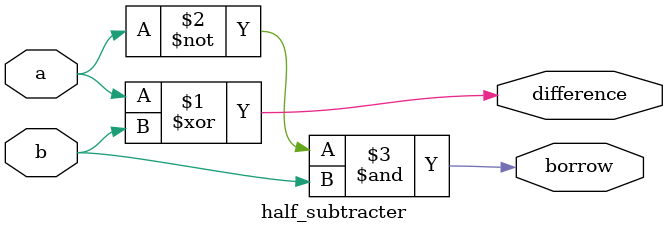
<source format=v>
module Half_subtracter_tb_behavioural();
  reg  a, b;
  wire  difference, borrow;
  behavioural_half_subtracter_circket a1(a,b,difference,borrow);
  initial begin
     $dumpfile("dump.vcd");
    $dumpvars;
    #100 $finish;
  end 
  initial
    begin
  a = 0; b =0;
      $monitor ("a=%0b b=%0b difference=%0b borrow=%0b", a,b,difference,borrow);  
  #5; a = 0; b =1;
  #5; a = 1; b =0;
  #5; a = 1; b =1;
  #5;
    end
endmodule




// Design Code for Half Subtractor Behavioural
module behavioural_half_subtracter_circket(a,b,difference,borrow);
  input a,b ;
  output difference,borrow ;
  reg difference,borrow;
  always @ (a,b)
    begin
       if (a==1'b0 && b==1'b0)
         begin 
           difference = 1'b0;
           borrow = 1'b0;
         end
      else if (a==1'b1 && b==1'b0)
        begin
         difference = 1'b1;
         borrow = 1'b0;
        end
      else if (a==1'b0 && b==1'b1)
        begin
         difference = 1'b1;
         borrow = 1'b1;
        end
       else 
         begin
           difference = 1'b0;
           borrow = 1'b0;
         end
    end
endmodule   













// Verilog Code for Full Subtractor Behavioural
module test_full_subtractor_circkt_behavioural;
  reg a, b,c;
  wire difference , borrow;
  full_subtracter_circkt_behavioural a1(a, b, c, difference, borrow);
  initial begin
    $dumpfile("dump.vcd");
    $dumpvars;
    #100 $finish;
  end
initial
begin
a=0; b=0; c=0;
  $monitor ("a=%0b b=%0b c=%0b difference=%0b borrow=%0b", a, b, c,difference,borrow);
#5 a=0; b=0; c=1;
#5 a=0; b=1; c=0;
#5 a=0; b=1; c=1;
#5 a=1; b=0; c=0;
#5 a=1; b=0; c=1;
#5 a=1; b=1; c=0;
#5 a=1; b=1; c=1;
  
end
endmodule




// Design Code for Full Subtractor Behavioural
module full_subtracter_circkt_behavioural (a, b, c, difference, borrow);
  input a,b,c;
  output difference , borrow;
  reg difference , borrow;
  always @(a,b,c)
    begin
      if(a==1'b0 && b==1'b0 && c==1'b0)
        begin
          difference =0;
          borrow =0;
        end
      else if(a==1'b0 && b==1'b0 && c==1'b1)
        begin
          difference =1;
          borrow =1;
        end
      else if(a==1'b0 && b==1'b1 && c==1'b0)
        begin 
          difference =1;
          borrow =1;
        end
      else if(a==1'b0 && b==1'b1 && c==1'b1)
        begin
          difference =0;
          borrow =1;
        end
      else if(a==1'b1 && b==1'b0 && c==1'b0)
        begin
          difference =1;
          borrow =0;
        end
      else if(a==1'b1 && b==1'b0 && c==1'b1)
        begin
          difference =0;
          borrow =0;
        end
      else if(a==1'b1 && b==1'b1 && c==1'b0)
        begin 
          difference =0;
          borrow =0;
        end
      else
        begin
          difference =1;
          borrow =1;
        end
    end
endmodule











// Verilog Code for Full Subtractor Dataflow
module test_full_subtractor_circkt_dataflow;
  reg a, b,c;
  wire difference , borrow;
  qfull_subtracter_circkt a1(a, b, c, difference, borrow);
  initial begin
    $dumpfile("dump.vcd");
    $dumpvars;
    #100 $finish;
  end
initial
begin
a=0; b=0; c=0;
  $monitor ("a=%0b b=%0b c=%0b difference=%0b borrow=%0b", a, b, c,difference,borrow);
#5 a=0; b=0; c=1;
#5 a=0; b=1; c=0;
#5 a=0; b=1; c=1;
#5 a=1; b=0; c=0;
#5 a=1; b=0; c=1;
#5 a=1; b=1; c=0;
#5 a=1; b=1; c=1;
  
end
endmodule


// Design Code for Full Subtractor Dataflow
module qfull_subtracter_circkt (a, b, c,difference,borrow);
  input a,b,c;
  output difference,borrow;
  assign difference = (a^b)^c;
  assign borrow = (((~a)&b)||(b&c)||((~a)&c));
endmodule











// Verilog Code for Half Subtractor Dataflow
module Half_subtractor_tb;
  reg  a, b;
  wire  difference, borrow;
  half_subtracter a1(a,b,difference,borrow);
  initial begin
    $dumpfile("dump.vcd");
    $dumpvars;
    #100 $finish;
  end 
  initial
    begin
     a = 0; b =0;
      $monitor ("a=%0b b=%0b difference=%0b borrow=%0b", a,b,difference,borrow);  
  #5; a = 0; b =1;
  #5; a = 1; b =0;
  #5; a = 1; b =1;
    end
endmodule


// Design Code for Half Subtractor Dataflow
module half_subtracter (a,b,difference,borrow);
  output difference, borrow;
  input a, b;
  assign difference = a ^ b;
  assign borrow = ((~a) & b); 
endmodule

</source>
